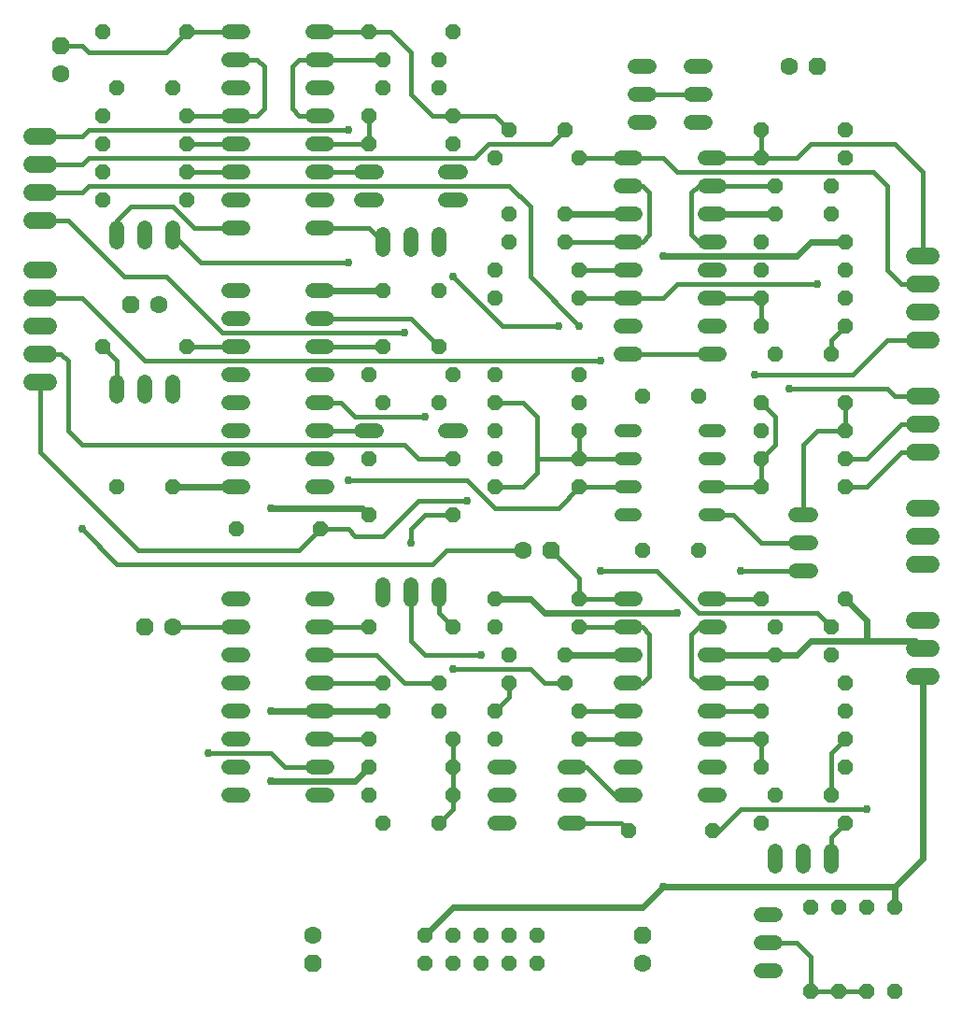
<source format=gbr>
G04 EAGLE Gerber RS-274X export*
G75*
%MOMM*%
%FSLAX34Y34*%
%LPD*%
%INTop Copper*%
%IPPOS*%
%AMOC8*
5,1,8,0,0,1.08239X$1,22.5*%
G01*
%ADD10P,1.732040X8X112.500000*%
%ADD11C,1.600200*%
%ADD12P,1.732040X8X292.500000*%
%ADD13P,1.539592X8X22.500000*%
%ADD14C,1.320800*%
%ADD15P,1.429621X8X22.500000*%
%ADD16C,1.208000*%
%ADD17P,1.429621X8X202.500000*%
%ADD18P,1.732040X8X22.500000*%
%ADD19P,1.732040X8X202.500000*%
%ADD20P,1.429621X8X292.500000*%
%ADD21P,1.429621X8X112.500000*%
%ADD22C,1.524000*%
%ADD23C,0.609600*%
%ADD24C,0.756400*%
%ADD25C,0.406400*%


D10*
X571500Y82550D03*
D11*
X571500Y57150D03*
D12*
X273050Y57150D03*
D11*
X273050Y82550D03*
D13*
X374650Y57150D03*
X374650Y82550D03*
X400050Y57150D03*
X400050Y82550D03*
X425450Y57150D03*
X425450Y82550D03*
X450850Y57150D03*
X450850Y82550D03*
X476250Y57150D03*
X476250Y82550D03*
D14*
X628396Y209550D02*
X641604Y209550D01*
X641604Y234950D02*
X628396Y234950D01*
X628396Y260350D02*
X641604Y260350D01*
X641604Y285750D02*
X628396Y285750D01*
X628396Y311150D02*
X641604Y311150D01*
X641604Y336550D02*
X628396Y336550D01*
X628396Y361950D02*
X641604Y361950D01*
X641604Y387350D02*
X628396Y387350D01*
X565404Y387350D02*
X552196Y387350D01*
X552196Y361950D02*
X565404Y361950D01*
X565404Y336550D02*
X552196Y336550D01*
X552196Y311150D02*
X565404Y311150D01*
X565404Y285750D02*
X552196Y285750D01*
X552196Y260350D02*
X565404Y260350D01*
X565404Y234950D02*
X552196Y234950D01*
X552196Y209550D02*
X565404Y209550D01*
X286004Y488950D02*
X272796Y488950D01*
X272796Y514350D02*
X286004Y514350D01*
X286004Y641350D02*
X272796Y641350D01*
X272796Y666750D02*
X286004Y666750D01*
X286004Y539750D02*
X272796Y539750D01*
X272796Y565150D02*
X286004Y565150D01*
X286004Y615950D02*
X272796Y615950D01*
X272796Y590550D02*
X286004Y590550D01*
X209804Y666750D02*
X196596Y666750D01*
X196596Y641350D02*
X209804Y641350D01*
X209804Y615950D02*
X196596Y615950D01*
X196596Y590550D02*
X209804Y590550D01*
X209804Y565150D02*
X196596Y565150D01*
X196596Y539750D02*
X209804Y539750D01*
X209804Y514350D02*
X196596Y514350D01*
X196596Y488950D02*
X209804Y488950D01*
X272796Y209550D02*
X286004Y209550D01*
X286004Y234950D02*
X272796Y234950D01*
X272796Y361950D02*
X286004Y361950D01*
X286004Y387350D02*
X272796Y387350D01*
X272796Y260350D02*
X286004Y260350D01*
X286004Y285750D02*
X272796Y285750D01*
X272796Y336550D02*
X286004Y336550D01*
X286004Y311150D02*
X272796Y311150D01*
X209804Y387350D02*
X196596Y387350D01*
X196596Y361950D02*
X209804Y361950D01*
X209804Y336550D02*
X196596Y336550D01*
X196596Y311150D02*
X209804Y311150D01*
X209804Y285750D02*
X196596Y285750D01*
X196596Y260350D02*
X209804Y260350D01*
X209804Y234950D02*
X196596Y234950D01*
X196596Y209550D02*
X209804Y209550D01*
X628396Y609600D02*
X641604Y609600D01*
X641604Y635000D02*
X628396Y635000D01*
X628396Y660400D02*
X641604Y660400D01*
X641604Y685800D02*
X628396Y685800D01*
X628396Y711200D02*
X641604Y711200D01*
X641604Y736600D02*
X628396Y736600D01*
X628396Y762000D02*
X641604Y762000D01*
X641604Y787400D02*
X628396Y787400D01*
X565404Y787400D02*
X552196Y787400D01*
X552196Y762000D02*
X565404Y762000D01*
X565404Y736600D02*
X552196Y736600D01*
X552196Y711200D02*
X565404Y711200D01*
X565404Y685800D02*
X552196Y685800D01*
X552196Y660400D02*
X565404Y660400D01*
X565404Y635000D02*
X552196Y635000D01*
X552196Y609600D02*
X565404Y609600D01*
X286004Y723900D02*
X272796Y723900D01*
X272796Y749300D02*
X286004Y749300D01*
X286004Y774700D02*
X272796Y774700D01*
X272796Y800100D02*
X286004Y800100D01*
X286004Y825500D02*
X272796Y825500D01*
X272796Y850900D02*
X286004Y850900D01*
X286004Y876300D02*
X272796Y876300D01*
X272796Y901700D02*
X286004Y901700D01*
X209804Y901700D02*
X196596Y901700D01*
X196596Y876300D02*
X209804Y876300D01*
X209804Y850900D02*
X196596Y850900D01*
X196596Y825500D02*
X209804Y825500D01*
X209804Y800100D02*
X196596Y800100D01*
X196596Y774700D02*
X209804Y774700D01*
X209804Y749300D02*
X196596Y749300D01*
X196596Y723900D02*
X209804Y723900D01*
X710946Y412750D02*
X724154Y412750D01*
X724154Y463550D02*
X710946Y463550D01*
X710946Y438150D02*
X724154Y438150D01*
D15*
X679450Y488950D03*
X755650Y488950D03*
D16*
X641040Y463550D02*
X628960Y463550D01*
X628960Y488950D02*
X641040Y488950D01*
X641040Y514350D02*
X628960Y514350D01*
X628960Y539750D02*
X641040Y539750D01*
X564840Y539750D02*
X552760Y539750D01*
X552760Y514350D02*
X564840Y514350D01*
X564840Y488950D02*
X552760Y488950D01*
X552760Y463550D02*
X564840Y463550D01*
D17*
X755650Y565150D03*
X679450Y565150D03*
X755650Y514350D03*
X679450Y514350D03*
D15*
X679450Y539750D03*
X755650Y539750D03*
X679450Y660400D03*
X755650Y660400D03*
D17*
X755650Y635000D03*
X679450Y635000D03*
D15*
X692150Y762000D03*
X742950Y762000D03*
X692150Y609600D03*
X742950Y609600D03*
X679450Y711200D03*
X755650Y711200D03*
D14*
X578104Y819150D02*
X564896Y819150D01*
X564896Y869950D02*
X578104Y869950D01*
X578104Y844550D02*
X564896Y844550D01*
X615696Y819150D02*
X628904Y819150D01*
X628904Y869950D02*
X615696Y869950D01*
X615696Y844550D02*
X628904Y844550D01*
D17*
X755650Y685800D03*
X679450Y685800D03*
D18*
X730250Y869950D03*
D11*
X704850Y869950D03*
D15*
X679450Y787400D03*
X755650Y787400D03*
X438150Y660400D03*
X514350Y660400D03*
D17*
X514350Y685800D03*
X438150Y685800D03*
X501650Y711200D03*
X450850Y711200D03*
D15*
X438150Y787400D03*
X514350Y787400D03*
D17*
X755650Y812800D03*
X679450Y812800D03*
D15*
X679450Y311150D03*
X755650Y311150D03*
D14*
X692150Y159004D02*
X692150Y145796D01*
X742950Y145796D02*
X742950Y159004D01*
X717550Y159004D02*
X717550Y145796D01*
D17*
X755650Y184150D03*
X679450Y184150D03*
X755650Y285750D03*
X679450Y285750D03*
X755650Y260350D03*
X679450Y260350D03*
X755650Y234950D03*
X679450Y234950D03*
D15*
X692150Y209550D03*
X742950Y209550D03*
X692150Y361950D03*
X742950Y361950D03*
X679450Y387350D03*
X755650Y387350D03*
D14*
X406654Y774700D02*
X393446Y774700D01*
X330454Y774700D02*
X317246Y774700D01*
X317246Y749300D02*
X330454Y749300D01*
X393446Y749300D02*
X406654Y749300D01*
D17*
X387350Y876300D03*
X336550Y876300D03*
D14*
X336550Y717804D02*
X336550Y704596D01*
X387350Y704596D02*
X387350Y717804D01*
X361950Y717804D02*
X361950Y704596D01*
D15*
X323850Y800100D03*
X400050Y800100D03*
D17*
X400050Y825500D03*
X323850Y825500D03*
D15*
X323850Y901700D03*
X400050Y901700D03*
X450850Y812800D03*
X501650Y812800D03*
X438150Y590550D03*
X514350Y590550D03*
D14*
X95250Y710946D02*
X95250Y724154D01*
X146050Y724154D02*
X146050Y710946D01*
X120650Y710946D02*
X120650Y724154D01*
D17*
X400050Y514350D03*
X323850Y514350D03*
X158750Y800100D03*
X82550Y800100D03*
X158750Y774700D03*
X82550Y774700D03*
X158750Y749300D03*
X82550Y749300D03*
D19*
X107950Y654050D03*
D11*
X133350Y654050D03*
D17*
X158750Y825500D03*
X82550Y825500D03*
X158750Y901700D03*
X82550Y901700D03*
D10*
X44450Y889000D03*
D11*
X44450Y863600D03*
D17*
X514350Y565150D03*
X438150Y565150D03*
X514350Y539750D03*
X438150Y539750D03*
X514350Y514350D03*
X438150Y514350D03*
X514350Y488950D03*
X438150Y488950D03*
D15*
X336550Y311150D03*
X387350Y311150D03*
X323850Y260350D03*
X400050Y260350D03*
D17*
X387350Y184150D03*
X336550Y184150D03*
D15*
X323850Y234950D03*
X400050Y234950D03*
D17*
X400050Y209550D03*
X323850Y209550D03*
D19*
X120650Y361950D03*
D11*
X146050Y361950D03*
D15*
X323850Y361950D03*
X400050Y361950D03*
D14*
X387350Y387096D02*
X387350Y400304D01*
X336550Y400304D02*
X336550Y387096D01*
X361950Y387096D02*
X361950Y400304D01*
D15*
X323850Y463550D03*
X400050Y463550D03*
D14*
X437896Y184150D02*
X451104Y184150D01*
X451104Y234950D02*
X437896Y234950D01*
X437896Y209550D02*
X451104Y209550D01*
D17*
X279400Y450850D03*
X203200Y450850D03*
D14*
X317246Y539750D02*
X330454Y539750D01*
X393446Y539750D02*
X406654Y539750D01*
D15*
X323850Y590550D03*
X400050Y590550D03*
D17*
X387350Y565150D03*
X336550Y565150D03*
X514350Y285750D03*
X438150Y285750D03*
D15*
X336550Y615950D03*
X387350Y615950D03*
D17*
X514350Y260350D03*
X438150Y260350D03*
D15*
X450850Y311150D03*
X501650Y311150D03*
D17*
X514350Y361950D03*
X438150Y361950D03*
X514350Y387350D03*
X438150Y387350D03*
D18*
X488950Y431800D03*
D11*
X463550Y431800D03*
D14*
X501396Y234950D02*
X514604Y234950D01*
X514604Y184150D02*
X501396Y184150D01*
X501396Y209550D02*
X514604Y209550D01*
D15*
X558800Y177800D03*
X635000Y177800D03*
D14*
X95250Y571246D02*
X95250Y584454D01*
X146050Y584454D02*
X146050Y571246D01*
X120650Y571246D02*
X120650Y584454D01*
X679196Y101600D02*
X692404Y101600D01*
X692404Y50800D02*
X679196Y50800D01*
X679196Y76200D02*
X692404Y76200D01*
D17*
X158750Y615950D03*
X82550Y615950D03*
D20*
X800100Y107950D03*
X800100Y31750D03*
X749300Y107950D03*
X749300Y31750D03*
D21*
X723900Y31750D03*
X723900Y107950D03*
D20*
X774700Y107950D03*
X774700Y31750D03*
D17*
X501650Y336550D03*
X450850Y336550D03*
X146050Y850900D03*
X95250Y850900D03*
X501650Y736600D03*
X450850Y736600D03*
D15*
X692150Y736600D03*
X742950Y736600D03*
X336550Y850900D03*
X387350Y850900D03*
X692150Y336550D03*
X742950Y336550D03*
X336550Y285750D03*
X387350Y285750D03*
D17*
X146050Y488950D03*
X95250Y488950D03*
D15*
X336550Y666750D03*
X387350Y666750D03*
D17*
X622300Y571500D03*
X571500Y571500D03*
D15*
X571500Y431800D03*
X622300Y431800D03*
D22*
X817880Y622300D02*
X833120Y622300D01*
X833120Y647700D02*
X817880Y647700D01*
X817880Y673100D02*
X833120Y673100D01*
X833120Y698500D02*
X817880Y698500D01*
X33020Y730250D02*
X17780Y730250D01*
X17780Y755650D02*
X33020Y755650D01*
X33020Y781050D02*
X17780Y781050D01*
X17780Y806450D02*
X33020Y806450D01*
X817880Y520700D02*
X833120Y520700D01*
X833120Y546100D02*
X817880Y546100D01*
X817880Y571500D02*
X833120Y571500D01*
X833120Y419100D02*
X817880Y419100D01*
X817880Y444500D02*
X833120Y444500D01*
X833120Y469900D02*
X817880Y469900D01*
X817880Y368300D02*
X833120Y368300D01*
X833120Y342900D02*
X817880Y342900D01*
X817880Y317500D02*
X833120Y317500D01*
X33020Y685800D02*
X17780Y685800D01*
X17780Y660400D02*
X33020Y660400D01*
X33020Y635000D02*
X17780Y635000D01*
X17780Y609600D02*
X33020Y609600D01*
X33020Y584200D02*
X17780Y584200D01*
D23*
X501650Y736600D02*
X558800Y736600D01*
X336550Y285750D02*
X279400Y285750D01*
X501650Y336550D02*
X558800Y336550D01*
X400050Y107950D02*
X374650Y82550D01*
X400050Y107950D02*
X571500Y107950D01*
X590550Y127000D01*
D24*
X590550Y127000D03*
D23*
X203200Y488950D02*
X146050Y488950D01*
X234950Y285750D02*
X279400Y285750D01*
D24*
X234950Y285750D03*
D23*
X311150Y222250D02*
X323850Y234950D01*
X311150Y222250D02*
X234950Y222250D01*
D24*
X234950Y222250D03*
D23*
X723900Y711200D02*
X755650Y711200D01*
X723900Y711200D02*
X711200Y698500D01*
X590550Y698500D01*
D24*
X590550Y698500D03*
D23*
X323850Y463550D02*
X317500Y469900D01*
X234950Y469900D01*
D24*
X234950Y469900D03*
D23*
X825500Y317500D02*
X825500Y152400D01*
X800100Y127000D01*
X800100Y107950D01*
X800100Y127000D02*
X590550Y127000D01*
X635000Y736600D02*
X692150Y736600D01*
X692150Y336550D02*
X635000Y336550D01*
X336550Y666750D02*
X279400Y666750D01*
X692150Y336550D02*
X711200Y336550D01*
X469900Y387350D02*
X438150Y387350D01*
X469900Y387350D02*
X482600Y374650D01*
X603250Y374650D01*
D24*
X603250Y374650D03*
D23*
X755650Y387350D02*
X774700Y368300D01*
X774700Y349250D01*
X819150Y349250D01*
X825500Y342900D01*
X723900Y349250D02*
X711200Y336550D01*
X723900Y349250D02*
X774700Y349250D01*
D25*
X679450Y488950D02*
X635000Y488950D01*
X679450Y488950D02*
X679450Y514350D01*
X692150Y552450D02*
X679450Y565150D01*
X692150Y527050D02*
X679450Y514350D01*
X692150Y527050D02*
X692150Y552450D01*
X654050Y463550D02*
X635000Y463550D01*
X654050Y463550D02*
X679450Y438150D01*
X717550Y438150D01*
X635000Y609600D02*
X558800Y609600D01*
X660400Y412750D02*
X717550Y412750D01*
D24*
X660400Y412750D03*
D25*
X755650Y539750D02*
X755650Y565150D01*
X717550Y527050D02*
X717550Y463550D01*
X717550Y527050D02*
X730250Y539750D01*
X755650Y539750D01*
X692150Y762000D02*
X635000Y762000D01*
X628650Y762000D01*
X635000Y711200D02*
X622300Y711200D01*
X615950Y717550D01*
X615950Y755650D01*
X622300Y762000D01*
X635000Y762000D01*
X622300Y844550D02*
X571500Y844550D01*
X755650Y635000D02*
X742950Y622300D01*
X742950Y609600D01*
X679450Y660400D02*
X635000Y660400D01*
X679450Y660400D02*
X679450Y635000D01*
X558800Y660400D02*
X514350Y660400D01*
X558800Y660400D02*
X590550Y660400D01*
X603250Y673100D01*
X730250Y673100D01*
D24*
X730250Y673100D03*
D25*
X558800Y685800D02*
X514350Y685800D01*
X501650Y711200D02*
X558800Y711200D01*
X558800Y762000D02*
X571500Y762000D01*
X577850Y755650D01*
X577850Y717550D01*
X571500Y711200D01*
X558800Y711200D01*
X635000Y285750D02*
X679450Y285750D01*
X679450Y260350D02*
X635000Y260350D01*
X679450Y260350D02*
X679450Y234950D01*
X742950Y247650D02*
X742950Y209550D01*
X742950Y247650D02*
X755650Y260350D01*
X742950Y171450D02*
X742950Y152400D01*
X742950Y171450D02*
X755650Y184150D01*
X679450Y311150D02*
X635000Y311150D01*
X622300Y311150D01*
X615950Y317500D01*
X615950Y355600D01*
X622300Y361950D01*
X635000Y361950D01*
X635000Y387350D02*
X679450Y387350D01*
X323850Y774700D02*
X279400Y774700D01*
X279400Y876300D02*
X336550Y876300D01*
X279400Y825500D02*
X260350Y825500D01*
X254000Y831850D01*
X254000Y869950D01*
X260350Y876300D01*
X279400Y876300D01*
X279400Y901700D02*
X323850Y901700D01*
X438150Y825500D02*
X450850Y812800D01*
X438150Y825500D02*
X400050Y825500D01*
X381000Y825500D01*
X361950Y844550D01*
X361950Y882650D02*
X342900Y901700D01*
X323850Y901700D01*
X361950Y882650D02*
X361950Y844550D01*
X323850Y723900D02*
X336550Y711200D01*
X323850Y723900D02*
X279400Y723900D01*
X279400Y800100D02*
X323850Y800100D01*
X323850Y825500D01*
X514350Y514350D02*
X558800Y514350D01*
X514350Y514350D02*
X514350Y539750D01*
X463550Y488950D02*
X438150Y488950D01*
X463550Y488950D02*
X476250Y501650D01*
X476250Y514350D01*
X514350Y514350D01*
X463550Y565150D02*
X438150Y565150D01*
X463550Y565150D02*
X476250Y552450D01*
X476250Y514350D01*
X514350Y488950D02*
X558800Y488950D01*
X412750Y495300D02*
X304800Y495300D01*
X412750Y495300D02*
X438150Y469900D01*
X495300Y469900D01*
X514350Y488950D01*
D24*
X304800Y495300D03*
D25*
X234950Y247650D02*
X177800Y247650D01*
X234950Y247650D02*
X247650Y234950D01*
X279400Y234950D01*
D24*
X177800Y247650D03*
D25*
X158750Y774700D02*
X203200Y774700D01*
X203200Y800100D02*
X158750Y800100D01*
X95250Y730250D02*
X95250Y717550D01*
X95250Y730250D02*
X107950Y742950D01*
X146050Y742950D01*
X165100Y723900D01*
X203200Y723900D01*
X203200Y825500D02*
X158750Y825500D01*
X203200Y825500D02*
X222250Y825500D01*
X228600Y831850D01*
X228600Y869950D01*
X222250Y876300D01*
X203200Y876300D01*
X171450Y692150D02*
X304800Y692150D01*
X171450Y692150D02*
X146050Y717550D01*
D24*
X304800Y692150D03*
D25*
X203200Y901700D02*
X158750Y901700D01*
X139700Y882650D01*
X69850Y882650D01*
X63500Y889000D01*
X44450Y889000D01*
X279400Y311150D02*
X336550Y311150D01*
X330200Y336550D02*
X279400Y336550D01*
X330200Y336550D02*
X355600Y311150D01*
X387350Y311150D01*
X323850Y260350D02*
X279400Y260350D01*
X400050Y260350D02*
X400050Y234950D01*
X400050Y209550D01*
X400050Y196850D01*
X387350Y184150D01*
X203200Y361950D02*
X146050Y361950D01*
X279400Y361950D02*
X323850Y361950D01*
X387350Y374650D02*
X400050Y361950D01*
X387350Y374650D02*
X387350Y393700D01*
X400050Y463550D02*
X374650Y463550D01*
X361950Y450850D01*
X361950Y438150D01*
X361950Y393700D02*
X361950Y349250D01*
X374650Y336550D02*
X425450Y336550D01*
X374650Y336550D02*
X361950Y349250D01*
D24*
X425450Y336550D03*
X361950Y438150D03*
D25*
X450850Y298450D02*
X438150Y285750D01*
X450850Y298450D02*
X450850Y311150D01*
X514350Y285750D02*
X558800Y285750D01*
X558800Y260350D02*
X514350Y260350D01*
X514350Y361950D02*
X558800Y361950D01*
X558800Y311150D02*
X571500Y311150D01*
X577850Y317500D01*
X577850Y355600D01*
X571500Y361950D01*
X558800Y361950D01*
X558800Y209550D02*
X546100Y209550D01*
X520700Y234950D01*
X508000Y234950D01*
X508000Y184150D02*
X552450Y184150D01*
X558800Y177800D01*
X558800Y387350D02*
X514350Y387350D01*
X514350Y406400D01*
X488950Y431800D01*
X482600Y311150D02*
X501650Y311150D01*
X311150Y552450D02*
X298450Y565150D01*
X279400Y565150D01*
X469900Y323850D02*
X482600Y311150D01*
X469900Y323850D02*
X400050Y323850D01*
X374650Y552450D02*
X311150Y552450D01*
D24*
X374650Y552450D03*
X400050Y323850D03*
D25*
X336550Y615950D02*
X279400Y615950D01*
X361950Y641350D02*
X387350Y615950D01*
X361950Y641350D02*
X279400Y641350D01*
X279400Y539750D02*
X323850Y539750D01*
X749300Y31750D02*
X774700Y31750D01*
X749300Y31750D02*
X723900Y31750D01*
X723900Y63500D01*
X711200Y76200D01*
X685800Y76200D01*
X95250Y577850D02*
X95250Y603250D01*
X82550Y615950D01*
X158750Y615950D02*
X203200Y615950D01*
X800100Y571500D02*
X825500Y571500D01*
X800100Y571500D02*
X793750Y577850D01*
X704850Y577850D01*
D24*
X704850Y577850D03*
D25*
X755650Y488950D02*
X774700Y488950D01*
X806450Y520700D01*
X825500Y520700D01*
X679450Y787400D02*
X635000Y787400D01*
X679450Y787400D02*
X679450Y812800D01*
X679450Y787400D02*
X711200Y787400D01*
X723900Y800100D01*
X800100Y800100D01*
X825500Y774700D01*
X825500Y698500D01*
X558800Y787400D02*
X514350Y787400D01*
X806450Y673100D02*
X825500Y673100D01*
X806450Y673100D02*
X793750Y685800D01*
X793750Y762000D02*
X781050Y774700D01*
X603250Y774700D01*
X590550Y787400D01*
X558800Y787400D01*
X793750Y762000D02*
X793750Y685800D01*
D24*
X673100Y590550D03*
D25*
X762000Y590550D01*
X793750Y622300D02*
X825500Y622300D01*
X793750Y622300D02*
X762000Y590550D01*
D24*
X774700Y196850D03*
D25*
X660400Y196850D01*
X641350Y177800D01*
X635000Y177800D01*
X63500Y806450D02*
X69850Y812800D01*
X304800Y812800D01*
D24*
X304800Y812800D03*
X400050Y679450D03*
D25*
X444500Y635000D02*
X495300Y635000D01*
D24*
X495300Y635000D03*
D25*
X63500Y806450D02*
X25400Y806450D01*
X400050Y679450D02*
X444500Y635000D01*
X63500Y781050D02*
X25400Y781050D01*
X63500Y781050D02*
X69850Y787400D01*
X419100Y787400D02*
X431800Y800100D01*
X488950Y800100D01*
X501650Y812800D01*
X419100Y787400D02*
X69850Y787400D01*
X63500Y755650D02*
X25400Y755650D01*
X63500Y755650D02*
X69850Y762000D01*
X450850Y762000D01*
X469900Y742950D01*
X469900Y679450D01*
X514350Y635000D01*
D24*
X514350Y635000D03*
D25*
X50800Y730250D02*
X25400Y730250D01*
X50800Y730250D02*
X101600Y679450D01*
X139700Y679450D02*
X190500Y628650D01*
X355600Y628650D01*
D24*
X355600Y628650D03*
D25*
X139700Y679450D02*
X101600Y679450D01*
X120650Y603250D02*
X533400Y603250D01*
D24*
X533400Y603250D03*
X533400Y412750D03*
D25*
X584200Y412750D01*
X730250Y374650D02*
X742950Y361950D01*
X63500Y660400D02*
X25400Y660400D01*
X63500Y660400D02*
X120650Y603250D01*
X584200Y412750D02*
X622300Y374650D01*
X730250Y374650D01*
D24*
X63500Y450850D03*
D25*
X95250Y419100D01*
X381000Y419100D01*
X393700Y431800D01*
X463550Y431800D01*
X806450Y546100D02*
X825500Y546100D01*
X806450Y546100D02*
X774700Y514350D01*
X755650Y514350D01*
X44450Y609600D02*
X25400Y609600D01*
X44450Y609600D02*
X50800Y603250D01*
X50800Y539750D01*
X63500Y527050D01*
X355600Y527050D01*
X368300Y514350D01*
X400050Y514350D01*
X311150Y444500D02*
X304800Y450850D01*
X279400Y450850D01*
X368300Y476250D02*
X412750Y476250D01*
X368300Y476250D02*
X336550Y444500D01*
D24*
X412750Y476250D03*
D25*
X25400Y520700D02*
X25400Y584200D01*
X25400Y520700D02*
X114300Y431800D01*
X260350Y431800D01*
X279400Y450850D01*
X311150Y444500D02*
X336550Y444500D01*
M02*

</source>
